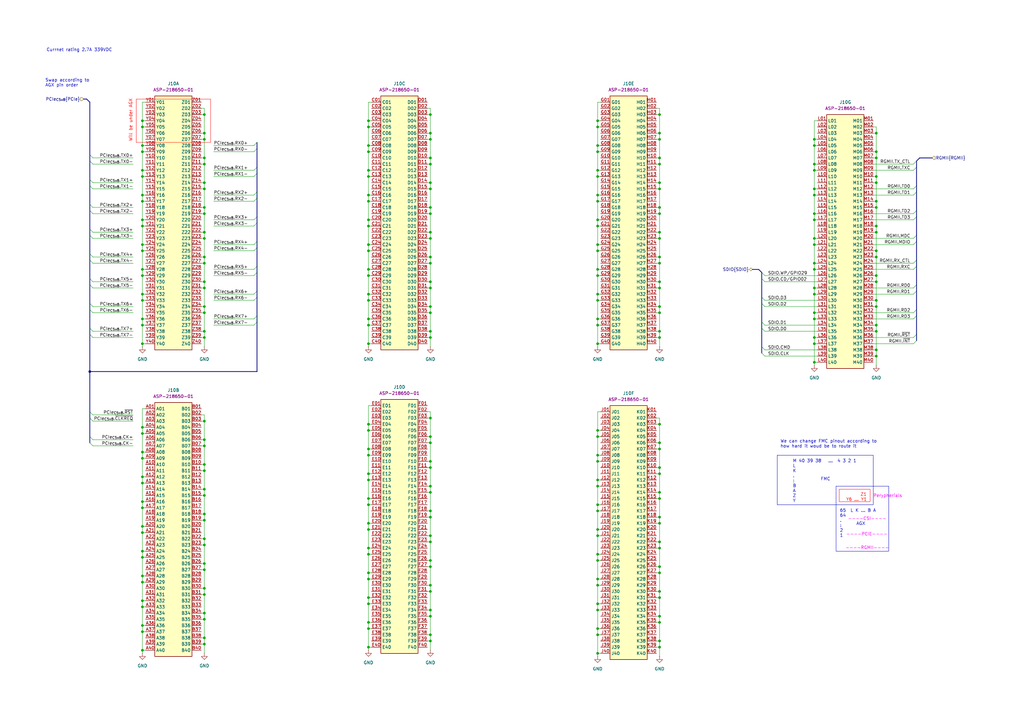
<source format=kicad_sch>
(kicad_sch (version 20250114) (generator "eeschema") (generator_version "9.0")
  (paper "A3")
  (title_block (title "Jetson Orin AGX Baseboard") (date "2025-08-11") (rev "1.0.0") (company "Antmicro Ltd") (comment 1 "www.antmicro.com"))
  (rectangle (start 55.88 40.64) (end 86.36 58.42) (stroke (width 0) (color 255 0 0 1)))
  (rectangle (start 342.9 199.39) (end 364.49 226.06))
  (rectangle (start 344.17 200.66) (end 356.87 205.74) (stroke (width 0) (color 255 0 0 1)))
  (rectangle (start 318.77 186.69) (end 358.14 207.01))
  (text "Will be under AGX" (at 53.594 58.166 90) (effects (font (size 1.27 1.27)) (justify left)))
  (text "----PCIE----" (at 346.964 219.202 0) (effects (font (size 1.27 1.27)) (justify left)))
  (text "AGX" (at 353.06 214.884 0) (effects (font (size 1.27 1.27))))
  (text "65  L K ... B A\n64\n.\n:\n2\n1" (at 344.424 214.63 0) (effects (font (size 1.27 1.27)) (justify left)))
  (text "FMC" (at 338.582 196.596 0) (effects (font (size 1.27 1.27))))
  (text "----RGMII----" (at 346.71 224.79 0) (effects (font (size 1.27 1.27)) (justify left)))
  (text "      Z1\nY6 ... Y1" (at 351.282 203.962 0) (effects (font (size 1.27 1.27))))
  (text "We can change FMC pinout according to\nhow hard it woud be to route it " (at 320.04 182.118 0) (effects (font (size 1.27 1.27)) (justify left)))
  (text "Perypherials" (at 358.14 203.454 0) (effects (font (size 1.27 1.27)) (justify left)))
  (text "Currnet rating 2.7A 339VDC" (at 32.512 20.574 0) (effects (font (size 1.27 1.27))))
  (text "----CSI----" (at 347.726 212.852 0) (effects (font (size 1.27 1.27)) (justify left)))
  (text "Swap according to\nAGX pin order" (at 18.542 34.036 0) (effects (font (size 1.27 1.27)) (justify left)))
  (text "M 40 39 38   ...  4 3 2 1\nL\nK\n.\n:\nB\nA\nZ\nY" (at 325.12 197.358 0) (effects (font (size 1.27 1.27)) (justify left)))
  (junction (at 334.01 87.63))
  (junction (at 151.13 227.33))
  (junction (at 245.11 123.19))
  (junction (at 83.82 138.43))
  (junction (at 151.13 224.79))
  (junction (at 270.51 87.63))
  (junction (at 176.53 74.93))
  (junction (at 83.82 251.46))
  (junction (at 58.42 120.65))
  (junction (at 151.13 207.01))
  (junction (at 176.53 77.47))
  (junction (at 334.01 90.17))
  (junction (at 176.53 232.41))
  (junction (at 245.11 260.35))
  (junction (at 151.13 173.99))
  (junction (at 176.53 242.57))
  (junction (at 58.42 226.06))
  (junction (at 359.41 102.87))
  (junction (at 58.42 215.9))
  (junction (at 176.53 67.31))
  (junction (at 83.82 85.09))
  (junction (at 151.13 113.03))
  (junction (at 245.11 199.39))
  (junction (at 151.13 120.65))
  (junction (at 83.82 210.82))
  (junction (at 58.42 52.07))
  (junction (at 151.13 257.81))
  (junction (at 58.42 266.7))
  (junction (at 58.42 238.76))
  (junction (at 83.82 223.52))
  (junction (at 270.51 138.43))
  (junction (at 245.11 267.97))
  (junction (at 334.01 138.43))
  (junction (at 151.13 100.33))
  (junction (at 176.53 171.45))
  (junction (at 83.82 57.15))
  (junction (at 176.53 201.93))
  (junction (at 83.82 125.73))
  (junction (at 151.13 237.49))
  (junction (at 270.51 107.95))
  (junction (at 176.53 240.03))
  (junction (at 58.42 49.53))
  (junction (at 334.01 77.47))
  (junction (at 334.01 128.27))
  (junction (at 83.82 118.11))
  (junction (at 270.51 191.77))
  (junction (at 151.13 217.17))
  (junction (at 359.41 133.35))
  (junction (at 83.82 115.57))
  (junction (at 334.01 57.15))
  (junction (at 83.82 190.5))
  (junction (at 334.01 69.85))
  (junction (at 359.41 62.23))
  (junction (at 151.13 52.07))
  (junction (at 83.82 135.89))
  (junction (at 58.42 228.6))
  (junction (at 58.42 205.74))
  (junction (at 176.53 229.87))
  (junction (at 245.11 217.17))
  (junction (at 83.82 261.62))
  (junction (at 176.53 105.41))
  (junction (at 245.11 247.65))
  (junction (at 83.82 233.68))
  (junction (at 58.42 246.38))
  (junction (at 245.11 59.69))
  (junction (at 151.13 247.65))
  (junction (at 176.53 262.89))
  (junction (at 176.53 179.07))
  (junction (at 245.11 133.35))
  (junction (at 36.83 152.4))
  (junction (at 270.51 232.41))
  (junction (at 58.42 90.17))
  (junction (at 359.41 74.93))
  (junction (at 270.51 252.73))
  (junction (at 83.82 231.14))
  (junction (at 270.51 115.57))
  (junction (at 270.51 224.79))
  (junction (at 151.13 102.87))
  (junction (at 83.82 200.66))
  (junction (at 334.01 110.49))
  (junction (at 245.11 240.03))
  (junction (at 245.11 82.55))
  (junction (at 176.53 64.77))
  (junction (at 270.51 64.77))
  (junction (at 176.53 135.89))
  (junction (at 58.42 62.23))
  (junction (at 151.13 140.97))
  (junction (at 176.53 97.79))
  (junction (at 83.82 243.84))
  (junction (at 245.11 92.71))
  (junction (at 58.42 248.92))
  (junction (at 270.51 57.15))
  (junction (at 151.13 90.17))
  (junction (at 176.53 219.71))
  (junction (at 83.82 203.2))
  (junction (at 58.42 236.22))
  (junction (at 83.82 107.95))
  (junction (at 176.53 199.39))
  (junction (at 334.01 130.81))
  (junction (at 151.13 130.81))
  (junction (at 151.13 255.27))
  (junction (at 245.11 130.81))
  (junction (at 151.13 204.47))
  (junction (at 176.53 46.99))
  (junction (at 151.13 82.55))
  (junction (at 83.82 220.98))
  (junction (at 245.11 250.19))
  (junction (at 245.11 219.71))
  (junction (at 270.51 194.31))
  (junction (at 270.51 242.57))
  (junction (at 58.42 100.33))
  (junction (at 58.42 92.71))
  (junction (at 270.51 46.99))
  (junction (at 359.41 85.09))
  (junction (at 83.82 172.72))
  (junction (at 270.51 214.63))
  (junction (at 176.53 85.09))
  (junction (at 270.51 234.95))
  (junction (at 334.01 59.69))
  (junction (at 83.82 87.63))
  (junction (at 270.51 67.31))
  (junction (at 151.13 133.35))
  (junction (at 176.53 222.25))
  (junction (at 270.51 245.11))
  (junction (at 359.41 123.19))
  (junction (at 83.82 74.93))
  (junction (at 151.13 194.31))
  (junction (at 334.01 80.01))
  (junction (at 151.13 123.19))
  (junction (at 270.51 74.93))
  (junction (at 176.53 138.43))
  (junction (at 83.82 180.34))
  (junction (at 245.11 237.49))
  (junction (at 151.13 110.49))
  (junction (at 176.53 95.25))
  (junction (at 270.51 255.27))
  (junction (at 359.41 125.73))
  (junction (at 270.51 262.89))
  (junction (at 245.11 120.65))
  (junction (at 151.13 80.01))
  (junction (at 245.11 100.33))
  (junction (at 58.42 113.03))
  (junction (at 58.42 82.55))
  (junction (at 58.42 140.97))
  (junction (at 58.42 123.19))
  (junction (at 58.42 218.44))
  (junction (at 334.01 67.31))
  (junction (at 270.51 97.79))
  (junction (at 151.13 245.11))
  (junction (at 245.11 72.39))
  (junction (at 359.41 54.61))
  (junction (at 58.42 256.54))
  (junction (at 270.51 204.47))
  (junction (at 270.51 125.73))
  (junction (at 151.13 59.69))
  (junction (at 151.13 92.71))
  (junction (at 176.53 118.11))
  (junction (at 83.82 264.16))
  (junction (at 245.11 229.87))
  (junction (at 245.11 80.01))
  (junction (at 245.11 69.85))
  (junction (at 58.42 133.35))
  (junction (at 151.13 176.53))
  (junction (at 270.51 173.99))
  (junction (at 359.41 64.77))
  (junction (at 334.01 140.97))
  (junction (at 245.11 209.55))
  (junction (at 270.51 85.09))
  (junction (at 58.42 195.58))
  (junction (at 176.53 250.19))
  (junction (at 334.01 148.59))
  (junction (at 176.53 54.61))
  (junction (at 245.11 110.49))
  (junction (at 151.13 49.53))
  (junction (at 176.53 181.61))
  (junction (at 270.51 181.61))
  (junction (at 83.82 67.31))
  (junction (at 83.82 77.47))
  (junction (at 334.01 97.79))
  (junction (at 245.11 227.33))
  (junction (at 359.41 82.55))
  (junction (at 58.42 130.81))
  (junction (at 245.11 196.85))
  (junction (at 334.01 118.11))
  (junction (at 151.13 234.95))
  (junction (at 176.53 107.95))
  (junction (at 58.42 259.08))
  (junction (at 270.51 54.61))
  (junction (at 176.53 115.57))
  (junction (at 58.42 187.96))
  (junction (at 270.51 222.25))
  (junction (at 58.42 177.8))
  (junction (at 245.11 179.07))
  (junction (at 270.51 184.15))
  (junction (at 245.11 49.53))
  (junction (at 270.51 201.93))
  (junction (at 245.11 186.69))
  (junction (at 359.41 95.25))
  (junction (at 58.42 198.12))
  (junction (at 270.51 118.11))
  (junction (at 334.01 107.95))
  (junction (at 359.41 72.39))
  (junction (at 151.13 196.85))
  (junction (at 176.53 125.73))
  (junction (at 58.42 102.87))
  (junction (at 245.11 176.53))
  (junction (at 245.11 102.87))
  (junction (at 176.53 252.73))
  (junction (at 83.82 193.04))
  (junction (at 245.11 62.23))
  (junction (at 151.13 265.43))
  (junction (at 176.53 209.55))
  (junction (at 245.11 52.07))
  (junction (at 58.42 72.39))
  (junction (at 359.41 92.71))
  (junction (at 58.42 80.01))
  (junction (at 58.42 69.85))
  (junction (at 359.41 146.05))
  (junction (at 359.41 135.89))
  (junction (at 83.82 105.41))
  (junction (at 83.82 64.77))
  (junction (at 245.11 189.23))
  (junction (at 270.51 105.41))
  (junction (at 176.53 57.15))
  (junction (at 151.13 69.85))
  (junction (at 176.53 87.63))
  (junction (at 151.13 72.39))
  (junction (at 83.82 128.27))
  (junction (at 58.42 175.26))
  (junction (at 58.42 185.42))
  (junction (at 176.53 189.23))
  (junction (at 151.13 214.63))
  (junction (at 83.82 97.79))
  (junction (at 270.51 212.09))
  (junction (at 359.41 105.41))
  (junction (at 151.13 62.23))
  (junction (at 245.11 90.17))
  (junction (at 151.13 184.15))
  (junction (at 83.82 95.25))
  (junction (at 176.53 212.09))
  (junction (at 359.41 113.03))
  (junction (at 270.51 135.89))
  (junction (at 176.53 260.35))
  (junction (at 334.01 120.65))
  (junction (at 58.42 208.28))
  (junction (at 83.82 54.61))
  (junction (at 83.82 182.88))
  (junction (at 58.42 110.49))
  (junction (at 83.82 254))
  (junction (at 245.11 257.81))
  (junction (at 359.41 115.57))
  (junction (at 245.11 207.01))
  (junction (at 359.41 143.51))
  (junction (at 334.01 100.33))
  (junction (at 83.82 46.99))
  (junction (at 83.82 241.3))
  (junction (at 270.51 265.43))
  (junction (at 270.51 128.27))
  (junction (at 270.51 95.25))
  (junction (at 270.51 77.47))
  (junction (at 83.82 213.36))
  (junction (at 176.53 128.27))
  (junction (at 176.53 191.77))
  (junction (at 245.11 113.03))
  (junction (at 151.13 186.69))
  (junction (at 58.42 59.69))
  (junction (at 245.11 140.97))
  (bus_entry (at 312.42 144.78) (size 1.27 1.27))
  (bus_entry (at 36.83 76.2) (size 1.27 1.27))
  (bus_entry (at 105.41 132.08) (size -1.27 1.27))
  (bus_entry (at 36.83 168.91) (size 1.27 1.27))
  (bus_entry (at 36.83 63.5) (size 1.27 1.27))
  (bus_entry (at 36.83 114.3) (size 1.27 1.27))
  (bus_entry (at 105.41 129.54) (size -1.27 1.27))
  (bus_entry (at 375.92 78.74) (size -1.27 1.27))
  (bus_entry (at 375.92 116.84) (size -1.27 1.27))
  (bus_entry (at 105.41 58.42) (size -1.27 1.27))
  (bus_entry (at 312.42 111.76) (size 1.27 1.27))
  (bus_entry (at 312.42 132.08) (size 1.27 1.27))
  (bus_entry (at 312.42 114.3) (size 1.27 1.27))
  (bus_entry (at 312.42 121.92) (size 1.27 1.27))
  (bus_entry (at 105.41 78.74) (size -1.27 1.27))
  (bus_entry (at 36.83 116.84) (size 1.27 1.27))
  (bus_entry (at 375.92 96.52) (size -1.27 1.27))
  (bus_entry (at 105.41 109.22) (size -1.27 1.27))
  (bus_entry (at 36.83 83.82) (size 1.27 1.27))
  (bus_entry (at 105.41 121.92) (size -1.27 1.27))
  (bus_entry (at 36.83 73.66) (size 1.27 1.27))
  (bus_entry (at 312.42 142.24) (size 1.27 1.27))
  (bus_entry (at 375.92 139.7) (size -1.27 1.27))
  (bus_entry (at 375.92 106.68) (size -1.27 1.27))
  (bus_entry (at 105.41 119.38) (size -1.27 1.27))
  (bus_entry (at 105.41 60.96) (size -1.27 1.27))
  (bus_entry (at 375.92 99.06) (size -1.27 1.27))
  (bus_entry (at 36.83 93.98) (size 1.27 1.27))
  (bus_entry (at 375.92 109.22) (size -1.27 1.27))
  (bus_entry (at 375.92 76.2) (size -1.27 1.27))
  (bus_entry (at 36.83 134.62) (size 1.27 1.27))
  (bus_entry (at 375.92 68.58) (size -1.27 1.27))
  (bus_entry (at 36.83 86.36) (size 1.27 1.27))
  (bus_entry (at 375.92 127) (size -1.27 1.27))
  (bus_entry (at 36.83 96.52) (size 1.27 1.27))
  (bus_entry (at 105.41 88.9) (size -1.27 1.27))
  (bus_entry (at 36.83 127) (size 1.27 1.27))
  (bus_entry (at 375.92 88.9) (size -1.27 1.27))
  (bus_entry (at 36.83 137.16) (size 1.27 1.27))
  (bus_entry (at 105.41 99.06) (size -1.27 1.27))
  (bus_entry (at 375.92 86.36) (size -1.27 1.27))
  (bus_entry (at 375.92 129.54) (size -1.27 1.27))
  (bus_entry (at 375.92 119.38) (size -1.27 1.27))
  (bus_entry (at 105.41 68.58) (size -1.27 1.27))
  (bus_entry (at 105.41 111.76) (size -1.27 1.27))
  (bus_entry (at 105.41 81.28) (size -1.27 1.27))
  (bus_entry (at 36.83 171.45) (size 1.27 1.27))
  (bus_entry (at 36.83 66.04) (size 1.27 1.27))
  (bus_entry (at 36.83 181.61) (size 1.27 1.27))
  (bus_entry (at 105.41 101.6) (size -1.27 1.27))
  (bus_entry (at 375.92 137.16) (size -1.27 1.27))
  (bus_entry (at 36.83 124.46) (size 1.27 1.27))
  (bus_entry (at 105.41 91.44) (size -1.27 1.27))
  (bus_entry (at 105.41 71.12) (size -1.27 1.27))
  (bus_entry (at 36.83 104.14) (size 1.27 1.27))
  (bus_entry (at 36.83 179.07) (size 1.27 1.27))
  (bus_entry (at 375.92 66.04) (size -1.27 1.27))
  (bus_entry (at 312.42 124.46) (size 1.27 1.27))
  (bus_entry (at 36.83 106.68) (size 1.27 1.27))
  (bus_entry (at 312.42 134.62) (size 1.27 1.27))
  (wire (pts (xy 246.38 41.91) (xy 245.11 41.91)))
  (wire (pts (xy 83.82 223.52) (xy 83.82 231.14)))
  (wire (pts (xy 359.41 54.61) (xy 359.41 62.23)))
  (wire (pts (xy 269.24 46.99) (xy 270.51 46.99)))
  (wire (pts (xy 82.55 223.52) (xy 83.82 223.52)))
  (wire (pts (xy 359.41 82.55) (xy 359.41 85.09)))
  (wire (pts (xy 176.53 67.31) (xy 176.53 74.93)))
  (wire (pts (xy 246.38 189.23) (xy 245.11 189.23)))
  (wire (pts (xy 335.28 80.01) (xy 334.01 80.01)))
  (wire (pts (xy 87.63 133.35) (xy 104.14 133.35)))
  (wire (pts (xy 59.69 198.12) (xy 58.42 198.12)))
  (wire (pts (xy 82.55 170.18) (xy 83.82 170.18)))
  (wire (pts (xy 269.24 252.73) (xy 270.51 252.73)))
  (wire (pts (xy 152.4 234.95) (xy 151.13 234.95)))
  (wire (pts (xy 313.69 143.51) (xy 335.28 143.51)))
  (wire (pts (xy 151.13 140.97) (xy 152.4 140.97)))
  (wire (pts (xy 152.4 255.27) (xy 151.13 255.27)))
  (wire (pts (xy 58.42 113.03) (xy 58.42 120.65)))
  (wire (pts (xy 83.82 210.82) (xy 83.82 213.36)))
  (wire (pts (xy 82.55 254) (xy 83.82 254)))
  (wire (pts (xy 246.38 196.85) (xy 245.11 196.85)))
  (wire (pts (xy 82.55 107.95) (xy 83.82 107.95)))
  (wire (pts (xy 245.11 240.03) (xy 245.11 247.65)))
  (wire (pts (xy 359.41 72.39) (xy 359.41 74.93)))
  (wire (pts (xy 269.24 204.47) (xy 270.51 204.47)))
  (wire (pts (xy 359.41 102.87) (xy 359.41 105.41)))
  (bus (pts (xy 105.41 119.38) (xy 105.41 121.92)))
  (wire (pts (xy 82.55 203.2) (xy 83.82 203.2)))
  (wire (pts (xy 59.69 72.39) (xy 58.42 72.39)))
  (wire (pts (xy 358.14 95.25) (xy 359.41 95.25)))
  (wire (pts (xy 175.26 107.95) (xy 176.53 107.95)))
  (wire (pts (xy 87.63 90.17) (xy 104.14 90.17)))
  (wire (pts (xy 152.4 237.49) (xy 151.13 237.49)))
  (wire (pts (xy 175.26 171.45) (xy 176.53 171.45)))
  (wire (pts (xy 152.4 196.85) (xy 151.13 196.85)))
  (wire (pts (xy 245.11 227.33) (xy 245.11 229.87)))
  (wire (pts (xy 152.4 133.35) (xy 151.13 133.35)))
  (wire (pts (xy 270.51 135.89) (xy 270.51 138.43)))
  (wire (pts (xy 246.38 130.81) (xy 245.11 130.81)))
  (wire (pts (xy 82.55 241.3) (xy 83.82 241.3)))
  (wire (pts (xy 335.28 67.31) (xy 334.01 67.31)))
  (wire (pts (xy 83.82 241.3) (xy 83.82 243.84)))
  (wire (pts (xy 270.51 201.93) (xy 270.51 204.47)))
  (wire (pts (xy 38.1 97.79) (xy 54.61 97.79)))
  (bus (pts (xy 36.83 93.98) (xy 36.83 96.52)))
  (bus (pts (xy 36.83 104.14) (xy 36.83 106.68)))
  (wire (pts (xy 334.01 120.65) (xy 334.01 128.27)))
  (wire (pts (xy 38.1 118.11) (xy 54.61 118.11)))
  (wire (pts (xy 152.4 52.07) (xy 151.13 52.07)))
  (wire (pts (xy 245.11 250.19) (xy 245.11 257.81)))
  (wire (pts (xy 38.1 95.25) (xy 54.61 95.25)))
  (wire (pts (xy 83.82 203.2) (xy 83.82 210.82)))
  (wire (pts (xy 374.65 87.63) (xy 358.14 87.63)))
  (wire (pts (xy 334.01 100.33) (xy 334.01 107.95)))
  (wire (pts (xy 58.42 52.07) (xy 58.42 59.69)))
  (wire (pts (xy 270.51 262.89) (xy 269.24 262.89)))
  (wire (pts (xy 83.82 57.15) (xy 83.82 64.77)))
  (wire (pts (xy 175.26 95.25) (xy 176.53 95.25)))
  (wire (pts (xy 59.69 205.74) (xy 58.42 205.74)))
  (wire (pts (xy 59.69 123.19) (xy 58.42 123.19)))
  (bus (pts (xy 375.92 88.9) (xy 375.92 96.52)))
  (wire (pts (xy 176.53 262.89) (xy 176.53 266.7)))
  (wire (pts (xy 151.13 41.91) (xy 151.13 49.53)))
  (wire (pts (xy 246.38 92.71) (xy 245.11 92.71)))
  (wire (pts (xy 270.51 57.15) (xy 270.51 64.77)))
  (wire (pts (xy 83.82 128.27) (xy 83.82 135.89)))
  (wire (pts (xy 58.42 130.81) (xy 58.42 133.35)))
  (wire (pts (xy 83.82 193.04) (xy 83.82 200.66)))
  (wire (pts (xy 245.11 176.53) (xy 245.11 179.07)))
  (wire (pts (xy 246.38 59.69) (xy 245.11 59.69)))
  (wire (pts (xy 175.26 219.71) (xy 176.53 219.71)))
  (wire (pts (xy 82.55 105.41) (xy 83.82 105.41)))
  (wire (pts (xy 246.38 102.87) (xy 245.11 102.87)))
  (bus (pts (xy 105.41 99.06) (xy 105.41 101.6)))
  (wire (pts (xy 175.26 250.19) (xy 176.53 250.19)))
  (wire (pts (xy 313.69 115.57) (xy 335.28 115.57)))
  (wire (pts (xy 87.63 123.19) (xy 104.14 123.19)))
  (wire (pts (xy 246.38 49.53) (xy 245.11 49.53)))
  (wire (pts (xy 270.51 255.27) (xy 270.51 262.89)))
  (wire (pts (xy 246.38 199.39) (xy 245.11 199.39)))
  (wire (pts (xy 334.01 97.79) (xy 334.01 100.33)))
  (wire (pts (xy 59.69 130.81) (xy 58.42 130.81)))
  (wire (pts (xy 59.69 100.33) (xy 58.42 100.33)))
  (wire (pts (xy 152.4 227.33) (xy 151.13 227.33)))
  (wire (pts (xy 87.63 80.01) (xy 104.14 80.01)))
  (wire (pts (xy 176.53 118.11) (xy 176.53 125.73)))
  (wire (pts (xy 58.42 41.91) (xy 58.42 49.53)))
  (bus (pts (xy 36.83 124.46) (xy 36.83 127)))
  (wire (pts (xy 176.53 250.19) (xy 176.53 252.73)))
  (wire (pts (xy 358.14 138.43) (xy 374.65 138.43)))
  (wire (pts (xy 82.55 193.04) (xy 83.82 193.04)))
  (wire (pts (xy 83.82 264.16) (xy 83.82 267.97)))
  (wire (pts (xy 269.24 184.15) (xy 270.51 184.15)))
  (bus (pts (xy 36.83 63.5) (xy 36.83 66.04)))
  (bus (pts (xy 36.83 114.3) (xy 36.83 116.84)))
  (wire (pts (xy 83.82 74.93) (xy 83.82 77.47)))
  (wire (pts (xy 245.11 90.17) (xy 245.11 92.71)))
  (wire (pts (xy 245.11 52.07) (xy 245.11 59.69)))
  (bus (pts (xy 35.56 40.64) (xy 36.83 41.91)))
  (wire (pts (xy 175.26 44.45) (xy 176.53 44.45)))
  (wire (pts (xy 334.01 87.63) (xy 334.01 90.17)))
  (wire (pts (xy 269.24 67.31) (xy 270.51 67.31)))
  (wire (pts (xy 87.63 130.81) (xy 104.14 130.81)))
  (wire (pts (xy 151.13 123.19) (xy 151.13 130.81)))
  (wire (pts (xy 58.42 246.38) (xy 58.42 248.92)))
  (wire (pts (xy 82.55 54.61) (xy 83.82 54.61)))
  (bus (pts (xy 36.83 83.82) (xy 36.83 86.36)))
  (wire (pts (xy 38.1 105.41) (xy 54.61 105.41)))
  (wire (pts (xy 58.42 175.26) (xy 58.42 177.8)))
  (wire (pts (xy 83.82 261.62) (xy 82.55 261.62)))
  (wire (pts (xy 246.38 62.23) (xy 245.11 62.23)))
  (wire (pts (xy 374.65 77.47) (xy 358.14 77.47)))
  (wire (pts (xy 270.51 138.43) (xy 270.51 142.24)))
  (wire (pts (xy 83.82 125.73) (xy 83.82 128.27)))
  (wire (pts (xy 359.41 123.19) (xy 359.41 125.73)))
  (wire (pts (xy 176.53 77.47) (xy 176.53 85.09)))
  (wire (pts (xy 359.41 125.73) (xy 359.41 133.35)))
  (wire (pts (xy 246.38 240.03) (xy 245.11 240.03)))
  (wire (pts (xy 359.41 146.05) (xy 358.14 146.05)))
  (wire (pts (xy 270.51 265.43) (xy 270.51 269.24)))
  (wire (pts (xy 175.26 181.61) (xy 176.53 181.61)))
  (wire (pts (xy 245.11 140.97) (xy 246.38 140.97)))
  (wire (pts (xy 176.53 222.25) (xy 176.53 229.87)))
  (wire (pts (xy 83.82 85.09) (xy 83.82 87.63)))
  (wire (pts (xy 59.69 49.53) (xy 58.42 49.53)))
  (wire (pts (xy 374.65 69.85) (xy 358.14 69.85)))
  (wire (pts (xy 151.13 204.47) (xy 151.13 207.01)))
  (wire (pts (xy 269.24 171.45) (xy 270.51 171.45)))
  (wire (pts (xy 270.51 265.43) (xy 269.24 265.43)))
  (wire (pts (xy 58.42 72.39) (xy 58.42 80.01)))
  (bus (pts (xy 105.41 121.92) (xy 105.41 129.54)))
  (bus (pts (xy 375.92 86.36) (xy 375.92 88.9)))
  (wire (pts (xy 246.38 120.65) (xy 245.11 120.65)))
  (wire (pts (xy 270.51 222.25) (xy 270.51 224.79)))
  (wire (pts (xy 245.11 179.07) (xy 245.11 186.69)))
  (wire (pts (xy 59.69 90.17) (xy 58.42 90.17)))
  (wire (pts (xy 270.51 242.57) (xy 270.51 245.11)))
  (wire (pts (xy 175.26 87.63) (xy 176.53 87.63)))
  (wire (pts (xy 334.01 80.01) (xy 334.01 87.63)))
  (wire (pts (xy 59.69 177.8) (xy 58.42 177.8)))
  (wire (pts (xy 334.01 57.15) (xy 334.01 59.69)))
  (wire (pts (xy 270.51 115.57) (xy 270.51 118.11)))
  (wire (pts (xy 58.42 259.08) (xy 58.42 266.7)))
  (wire (pts (xy 151.13 224.79) (xy 151.13 227.33)))
  (wire (pts (xy 82.55 233.68) (xy 83.82 233.68)))
  (wire (pts (xy 270.51 128.27) (xy 270.51 135.89)))
  (wire (pts (xy 246.38 229.87) (xy 245.11 229.87)))
  (bus (pts (xy 375.92 116.84) (xy 375.92 119.38)))
  (wire (pts (xy 246.38 257.81) (xy 245.11 257.81)))
  (bus (pts (xy 312.42 111.76) (xy 312.42 114.3)))
  (wire (pts (xy 152.4 224.79) (xy 151.13 224.79)))
  (wire (pts (xy 38.1 125.73) (xy 54.61 125.73)))
  (wire (pts (xy 245.11 110.49) (xy 245.11 113.03)))
  (bus (pts (xy 36.83 96.52) (xy 36.83 104.14)))
  (wire (pts (xy 245.11 237.49) (xy 245.11 240.03)))
  (wire (pts (xy 59.69 133.35) (xy 58.42 133.35)))
  (wire (pts (xy 245.11 209.55) (xy 245.11 217.17)))
  (wire (pts (xy 335.28 59.69) (xy 334.01 59.69)))
  (wire (pts (xy 358.14 120.65) (xy 374.65 120.65)))
  (wire (pts (xy 269.24 245.11) (xy 270.51 245.11)))
  (wire (pts (xy 152.4 113.03) (xy 151.13 113.03)))
  (wire (pts (xy 374.65 80.01) (xy 358.14 80.01)))
  (wire (pts (xy 245.11 120.65) (xy 245.11 123.19)))
  (wire (pts (xy 59.69 215.9) (xy 58.42 215.9)))
  (wire (pts (xy 334.01 49.53) (xy 334.01 57.15)))
  (wire (pts (xy 58.42 49.53) (xy 58.42 52.07)))
  (wire (pts (xy 246.38 133.35) (xy 245.11 133.35)))
  (wire (pts (xy 358.14 133.35) (xy 359.41 133.35)))
  (wire (pts (xy 176.53 260.35) (xy 175.26 260.35)))
  (wire (pts (xy 58.42 69.85) (xy 58.42 72.39)))
  (wire (pts (xy 176.53 181.61) (xy 176.53 189.23)))
  (wire (pts (xy 246.38 260.35) (xy 245.11 260.35)))
  (wire (pts (xy 58.42 218.44) (xy 58.42 226.06)))
  (wire (pts (xy 38.1 74.93) (xy 54.61 74.93)))
  (wire (pts (xy 269.24 74.93) (xy 270.51 74.93)))
  (wire (pts (xy 270.51 191.77) (xy 270.51 194.31)))
  (wire (pts (xy 269.24 97.79) (xy 270.51 97.79)))
  (wire (pts (xy 83.82 231.14) (xy 83.82 233.68)))
  (wire (pts (xy 176.53 209.55) (xy 176.53 212.09)))
  (wire (pts (xy 83.82 107.95) (xy 83.82 115.57)))
  (wire (pts (xy 269.24 95.25) (xy 270.51 95.25)))
  (wire (pts (xy 334.01 148.59) (xy 335.28 148.59)))
  (bus (pts (xy 377.19 64.77) (xy 382.27 64.77)))
  (wire (pts (xy 269.24 64.77) (xy 270.51 64.77)))
  (wire (pts (xy 87.63 59.69) (xy 104.14 59.69)))
  (wire (pts (xy 58.42 120.65) (xy 58.42 123.19)))
  (wire (pts (xy 59.69 236.22) (xy 58.42 236.22)))
  (wire (pts (xy 335.28 100.33) (xy 334.01 100.33)))
  (wire (pts (xy 38.1 135.89) (xy 54.61 135.89)))
  (wire (pts (xy 82.55 200.66) (xy 83.82 200.66)))
  (wire (pts (xy 270.51 138.43) (xy 269.24 138.43)))
  (wire (pts (xy 176.53 171.45) (xy 176.53 179.07)))
  (wire (pts (xy 176.53 128.27) (xy 176.53 135.89)))
  (wire (pts (xy 151.13 237.49) (xy 151.13 245.11)))
  (wire (pts (xy 313.69 146.05) (xy 335.28 146.05)))
  (wire (pts (xy 58.42 208.28) (xy 58.42 215.9)))
  (wire (pts (xy 59.69 59.69) (xy 58.42 59.69)))
  (wire (pts (xy 152.4 72.39) (xy 151.13 72.39)))
  (wire (pts (xy 83.82 170.18) (xy 83.82 172.72)))
  (wire (pts (xy 58.42 100.33) (xy 58.42 102.87)))
  (wire (pts (xy 269.24 232.41) (xy 270.51 232.41)))
  (wire (pts (xy 87.63 82.55) (xy 104.14 82.55)))
  (wire (pts (xy 245.11 219.71) (xy 245.11 227.33)))
  (bus (pts (xy 375.92 129.54) (xy 375.92 137.16)))
  (wire (pts (xy 374.65 100.33) (xy 358.14 100.33)))
  (wire (pts (xy 175.26 242.57) (xy 176.53 242.57)))
  (wire (pts (xy 334.01 67.31) (xy 334.01 69.85)))
  (wire (pts (xy 270.51 234.95) (xy 270.51 242.57)))
  (wire (pts (xy 59.69 246.38) (xy 58.42 246.38)))
  (wire (pts (xy 175.26 240.03) (xy 176.53 240.03)))
  (wire (pts (xy 246.38 217.17) (xy 245.11 217.17)))
  (wire (pts (xy 175.26 57.15) (xy 176.53 57.15)))
  (wire (pts (xy 151.13 194.31) (xy 151.13 196.85)))
  (wire (pts (xy 176.53 179.07) (xy 176.53 181.61)))
  (bus (pts (xy 105.41 81.28) (xy 105.41 88.9)))
  (wire (pts (xy 151.13 265.43) (xy 152.4 265.43)))
  (wire (pts (xy 152.4 176.53) (xy 151.13 176.53)))
  (wire (pts (xy 58.42 133.35) (xy 58.42 140.97)))
  (wire (pts (xy 335.28 107.95) (xy 334.01 107.95)))
  (bus (pts (xy 36.83 171.45) (xy 36.83 179.07)))
  (wire (pts (xy 176.53 219.71) (xy 176.53 222.25)))
  (wire (pts (xy 87.63 62.23) (xy 104.14 62.23)))
  (bus (pts (xy 36.83 134.62) (xy 36.83 137.16)))
  (bus (pts (xy 312.42 121.92) (xy 312.42 124.46)))
  (wire (pts (xy 152.4 102.87) (xy 151.13 102.87)))
  (wire (pts (xy 176.53 168.91) (xy 176.53 171.45)))
  (wire (pts (xy 151.13 62.23) (xy 151.13 69.85)))
  (wire (pts (xy 269.24 105.41) (xy 270.51 105.41)))
  (wire (pts (xy 335.28 77.47) (xy 334.01 77.47)))
  (wire (pts (xy 58.42 110.49) (xy 58.42 113.03)))
  (wire (pts (xy 358.14 54.61) (xy 359.41 54.61)))
  (wire (pts (xy 82.55 190.5) (xy 83.82 190.5)))
  (wire (pts (xy 175.26 179.07) (xy 176.53 179.07)))
  (wire (pts (xy 59.69 185.42) (xy 58.42 185.42)))
  (wire (pts (xy 176.53 105.41) (xy 176.53 107.95)))
  (wire (pts (xy 151.13 130.81) (xy 151.13 133.35)))
  (wire (pts (xy 245.11 59.69) (xy 245.11 62.23)))
  (wire (pts (xy 313.69 133.35) (xy 335.28 133.35)))
  (wire (pts (xy 245.11 69.85) (xy 245.11 72.39)))
  (wire (pts (xy 83.82 138.43) (xy 83.82 142.24)))
  (wire (pts (xy 246.38 72.39) (xy 245.11 72.39)))
  (wire (pts (xy 82.55 251.46) (xy 83.82 251.46)))
  (bus (pts (xy 375.92 137.16) (xy 375.92 139.7)))
  (wire (pts (xy 83.82 172.72) (xy 83.82 180.34)))
  (wire (pts (xy 245.11 247.65) (xy 245.11 250.19)))
  (wire (pts (xy 245.11 189.23) (xy 245.11 196.85)))
  (wire (pts (xy 270.51 135.89) (xy 269.24 135.89)))
  (wire (pts (xy 245.11 80.01) (xy 245.11 82.55)))
  (wire (pts (xy 151.13 257.81) (xy 151.13 265.43)))
  (wire (pts (xy 313.69 123.19) (xy 335.28 123.19)))
  (wire (pts (xy 151.13 214.63) (xy 151.13 217.17)))
  (wire (pts (xy 59.69 218.44) (xy 58.42 218.44)))
  (wire (pts (xy 269.24 201.93) (xy 270.51 201.93)))
  (wire (pts (xy 175.26 97.79) (xy 176.53 97.79)))
  (bus (pts (xy 375.92 127) (xy 375.92 129.54)))
  (bus (pts (xy 36.83 179.07) (xy 36.83 181.61)))
  (wire (pts (xy 270.51 87.63) (xy 270.51 95.25)))
  (bus (pts (xy 36.83 41.91) (xy 36.83 63.5)))
  (wire (pts (xy 246.38 247.65) (xy 245.11 247.65)))
  (wire (pts (xy 151.13 120.65) (xy 151.13 123.19)))
  (wire (pts (xy 270.51 118.11) (xy 270.51 125.73)))
  (wire (pts (xy 246.38 52.07) (xy 245.11 52.07)))
  (wire (pts (xy 82.55 210.82) (xy 83.82 210.82)))
  (wire (pts (xy 270.51 46.99) (xy 270.51 54.61)))
  (wire (pts (xy 245.11 168.91) (xy 245.11 176.53)))
  (wire (pts (xy 83.82 182.88) (xy 83.82 190.5)))
  (wire (pts (xy 175.26 128.27) (xy 176.53 128.27)))
  (wire (pts (xy 59.69 256.54) (xy 58.42 256.54)))
  (wire (pts (xy 245.11 113.03) (xy 245.11 120.65)))
  (wire (pts (xy 334.01 90.17) (xy 334.01 97.79)))
  (wire (pts (xy 176.53 85.09) (xy 176.53 87.63)))
  (wire (pts (xy 176.53 252.73) (xy 176.53 260.35)))
  (wire (pts (xy 151.13 234.95) (xy 151.13 237.49)))
  (wire (pts (xy 152.4 82.55) (xy 151.13 82.55)))
  (wire (pts (xy 358.14 52.07) (xy 359.41 52.07)))
  (wire (pts (xy 58.42 123.19) (xy 58.42 130.81)))
  (wire (pts (xy 151.13 166.37) (xy 151.13 173.99)))
  (wire (pts (xy 58.42 177.8) (xy 58.42 185.42)))
  (wire (pts (xy 270.51 107.95) (xy 270.51 115.57)))
  (wire (pts (xy 87.63 102.87) (xy 104.14 102.87)))
  (bus (pts (xy 375.92 66.04) (xy 375.92 68.58)))
  (wire (pts (xy 334.01 107.95) (xy 334.01 110.49)))
  (bus (pts (xy 105.41 88.9) (xy 105.41 91.44)))
  (wire (pts (xy 59.69 187.96) (xy 58.42 187.96)))
  (wire (pts (xy 151.13 184.15) (xy 151.13 186.69)))
  (wire (pts (xy 58.42 92.71) (xy 58.42 100.33)))
  (wire (pts (xy 87.63 100.33) (xy 104.14 100.33)))
  (wire (pts (xy 334.01 130.81) (xy 334.01 138.43)))
  (wire (pts (xy 83.82 251.46) (xy 83.82 254)))
  (wire (pts (xy 359.41 52.07) (xy 359.41 54.61)))
  (wire (pts (xy 83.82 135.89) (xy 83.82 138.43)))
  (wire (pts (xy 358.14 115.57) (xy 359.41 115.57)))
  (bus (pts (xy 36.83 66.04) (xy 36.83 73.66)))
  (wire (pts (xy 358.14 105.41) (xy 359.41 105.41)))
  (wire (pts (xy 152.4 80.01) (xy 151.13 80.01)))
  (wire (pts (xy 151.13 173.99) (xy 151.13 176.53)))
  (wire (pts (xy 59.69 62.23) (xy 58.42 62.23)))
  (wire (pts (xy 151.13 142.24) (xy 151.13 140.97)))
  (wire (pts (xy 58.42 215.9) (xy 58.42 218.44)))
  (wire (pts (xy 313.69 135.89) (xy 335.28 135.89)))
  (wire (pts (xy 175.26 46.99) (xy 176.53 46.99)))
  (wire (pts (xy 58.42 142.24) (xy 58.42 140.97)))
  (wire (pts (xy 175.26 229.87) (xy 176.53 229.87)))
  (wire (pts (xy 59.69 167.64) (xy 58.42 167.64)))
  (bus (pts (xy 105.41 68.58) (xy 105.41 71.12)))
  (wire (pts (xy 83.82 138.43) (xy 82.55 138.43)))
  (wire (pts (xy 334.01 149.86) (xy 334.01 148.59)))
  (wire (pts (xy 83.82 44.45) (xy 83.82 46.99)))
  (bus (pts (xy 36.83 106.68) (xy 36.83 114.3)))
  (wire (pts (xy 176.53 191.77) (xy 176.53 199.39)))
  (wire (pts (xy 152.4 207.01) (xy 151.13 207.01)))
  (wire (pts (xy 152.4 49.53) (xy 151.13 49.53)))
  (wire (pts (xy 175.26 209.55) (xy 176.53 209.55)))
  (wire (pts (xy 335.28 49.53) (xy 334.01 49.53)))
  (wire (pts (xy 152.4 217.17) (xy 151.13 217.17)))
  (wire (pts (xy 269.24 57.15) (xy 270.51 57.15)))
  (wire (pts (xy 152.4 110.49) (xy 151.13 110.49)))
  (wire (pts (xy 334.01 59.69) (xy 334.01 67.31)))
  (wire (pts (xy 58.42 248.92) (xy 58.42 256.54)))
  (wire (pts (xy 176.53 64.77) (xy 176.53 67.31)))
  (wire (pts (xy 335.28 130.81) (xy 334.01 130.81)))
  (wire (pts (xy 334.01 110.49) (xy 334.01 118.11)))
  (bus (pts (xy 36.83 116.84) (xy 36.83 124.46)))
  (wire (pts (xy 83.82 54.61) (xy 83.82 57.15)))
  (wire (pts (xy 58.42 266.7) (xy 59.69 266.7)))
  (wire (pts (xy 59.69 228.6) (xy 58.42 228.6)))
  (wire (pts (xy 374.65 97.79) (xy 358.14 97.79)))
  (wire (pts (xy 151.13 227.33) (xy 151.13 234.95)))
  (wire (pts (xy 58.42 226.06) (xy 58.42 228.6)))
  (wire (pts (xy 58.42 228.6) (xy 58.42 236.22)))
  (wire (pts (xy 151.13 80.01) (xy 151.13 82.55)))
  (wire (pts (xy 335.28 110.49) (xy 334.01 110.49)))
  (wire (pts (xy 359.41 92.71) (xy 359.41 95.25)))
  (wire (pts (xy 38.1 85.09) (xy 54.61 85.09)))
  (bus (pts (xy 105.41 78.74) (xy 105.41 81.28)))
  (wire (pts (xy 152.4 214.63) (xy 151.13 214.63)))
  (wire (pts (xy 151.13 217.17) (xy 151.13 224.79)))
  (wire (pts (xy 175.26 64.77) (xy 176.53 64.77)))
  (wire (pts (xy 246.38 113.03) (xy 245.11 113.03)))
  (wire (pts (xy 82.55 213.36) (xy 83.82 213.36)))
  (wire (pts (xy 82.55 67.31) (xy 83.82 67.31)))
  (wire (pts (xy 58.42 80.01) (xy 58.42 82.55)))
  (wire (pts (xy 245.11 133.35) (xy 245.11 140.97)))
  (wire (pts (xy 151.13 266.7) (xy 151.13 265.43)))
  (wire (pts (xy 151.13 255.27) (xy 151.13 257.81)))
  (wire (pts (xy 176.53 135.89) (xy 175.26 135.89)))
  (wire (pts (xy 358.14 110.49) (xy 374.65 110.49)))
  (wire (pts (xy 245.11 123.19) (xy 245.11 130.81)))
  (wire (pts (xy 270.51 85.09) (xy 270.51 87.63)))
  (wire (pts (xy 152.4 245.11) (xy 151.13 245.11)))
  (wire (pts (xy 83.82 200.66) (xy 83.82 203.2)))
  (wire (pts (xy 152.4 59.69) (xy 151.13 59.69)))
  (wire (pts (xy 83.82 254) (xy 83.82 261.62)))
  (wire (pts (xy 176.53 95.25) (xy 176.53 97.79)))
  (wire (pts (xy 83.82 118.11) (xy 83.82 125.73)))
  (wire (pts (xy 152.4 194.31) (xy 151.13 194.31)))
  (wire (pts (xy 358.14 123.19) (xy 359.41 123.19)))
  (wire (pts (xy 83.82 243.84) (xy 83.82 251.46)))
  (bus (pts (xy 105.41 101.6) (xy 105.41 109.22)))
  (wire (pts (xy 151.13 92.71) (xy 151.13 100.33)))
  (wire (pts (xy 359.41 113.03) (xy 359.41 115.57)))
  (wire (pts (xy 58.42 236.22) (xy 58.42 238.76)))
  (wire (pts (xy 269.24 87.63) (xy 270.51 87.63)))
  (wire (pts (xy 82.55 231.14) (xy 83.82 231.14)))
  (wire (pts (xy 82.55 97.79) (xy 83.82 97.79)))
  (bus (pts (xy 36.83 86.36) (xy 36.83 93.98)))
  (wire (pts (xy 54.61 182.88) (xy 38.1 182.88)))
  (wire (pts (xy 83.82 115.57) (xy 83.82 118.11)))
  (wire (pts (xy 82.55 172.72) (xy 83.82 172.72)))
  (wire (pts (xy 175.26 189.23) (xy 176.53 189.23)))
  (wire (pts (xy 151.13 52.07) (xy 151.13 59.69)))
  (wire (pts (xy 358.14 128.27) (xy 374.65 128.27)))
  (bus (pts (xy 375.92 66.04) (xy 377.19 64.77)))
  (bus (pts (xy 36.83 127) (xy 36.83 134.62)))
  (bus (pts (xy 311.15 110.49) (xy 312.42 111.76)))
  (wire (pts (xy 176.53 240.03) (xy 176.53 242.57)))
  (wire (pts (xy 58.42 167.64) (xy 58.42 175.26)))
  (wire (pts (xy 59.69 52.07) (xy 58.42 52.07)))
  (bus (pts (xy 375.92 106.68) (xy 375.92 109.22)))
  (wire (pts (xy 87.63 69.85) (xy 104.14 69.85)))
  (wire (pts (xy 334.01 128.27) (xy 334.01 130.81)))
  (wire (pts (xy 358.14 82.55) (xy 359.41 82.55)))
  (wire (pts (xy 269.24 234.95) (xy 270.51 234.95)))
  (wire (pts (xy 270.51 245.11) (xy 270.51 252.73)))
  (wire (pts (xy 83.82 105.41) (xy 83.82 107.95)))
  (bus (pts (xy 312.42 142.24) (xy 312.42 144.78)))
  (wire (pts (xy 270.51 181.61) (xy 270.51 184.15)))
  (wire (pts (xy 176.53 199.39) (xy 176.53 201.93)))
  (wire (pts (xy 151.13 196.85) (xy 151.13 204.47)))
  (wire (pts (xy 151.13 186.69) (xy 151.13 194.31)))
  (wire (pts (xy 59.69 120.65) (xy 58.42 120.65)))
  (wire (pts (xy 58.42 205.74) (xy 58.42 208.28)))
  (wire (pts (xy 359.41 133.35) (xy 359.41 135.89)))
  (wire (pts (xy 152.4 90.17) (xy 151.13 90.17)))
  (wire (pts (xy 59.69 259.08) (xy 58.42 259.08)))
  (wire (pts (xy 270.51 194.31) (xy 270.51 201.93)))
  (wire (pts (xy 245.11 257.81) (xy 245.11 260.35)))
  (bus (pts (xy 312.42 124.46) (xy 312.42 132.08)))
  (wire (pts (xy 245.11 267.97) (xy 246.38 267.97)))
  (wire (pts (xy 54.61 180.34) (xy 38.1 180.34)))
  (wire (pts (xy 246.38 110.49) (xy 245.11 110.49)))
  (wire (pts (xy 246.38 250.19) (xy 245.11 250.19)))
  (wire (pts (xy 176.53 87.63) (xy 176.53 95.25)))
  (wire (pts (xy 269.24 191.77) (xy 270.51 191.77)))
  (wire (pts (xy 245.11 269.24) (xy 245.11 267.97)))
  (wire (pts (xy 335.28 128.27) (xy 334.01 128.27)))
  (wire (pts (xy 82.55 220.98) (xy 83.82 220.98)))
  (wire (pts (xy 270.51 77.47) (xy 270.51 85.09)))
  (wire (pts (xy 358.14 107.95) (xy 374.65 107.95)))
  (wire (pts (xy 58.42 102.87) (xy 58.42 110.49)))
  (wire (pts (xy 334.01 140.97) (xy 334.01 148.59)))
  (wire (pts (xy 245.11 186.69) (xy 245.11 189.23)))
  (wire (pts (xy 269.24 212.09) (xy 270.51 212.09)))
  (wire (pts (xy 176.53 54.61) (xy 176.53 57.15)))
  (bus (pts (xy 312.42 114.3) (xy 312.42 121.92)))
  (bus (pts (xy 105.41 152.4) (xy 36.83 152.4)))
  (wire (pts (xy 269.24 128.27) (xy 270.51 128.27)))
  (wire (pts (xy 246.38 176.53) (xy 245.11 176.53)))
  (wire (pts (xy 269.24 54.61) (xy 270.51 54.61)))
  (wire (pts (xy 246.38 186.69) (xy 245.11 186.69)))
  (bus (pts (xy 105.41 109.22) (xy 105.41 111.76)))
  (wire (pts (xy 38.1 107.95) (xy 54.61 107.95)))
  (wire (pts (xy 269.24 242.57) (xy 270.51 242.57)))
  (wire (pts (xy 151.13 110.49) (xy 151.13 113.03)))
  (wire (pts (xy 245.11 196.85) (xy 245.11 199.39)))
  (bus (pts (xy 375.92 119.38) (xy 375.92 127)))
  (wire (pts (xy 59.69 195.58) (xy 58.42 195.58)))
  (bus (pts (xy 105.41 91.44) (xy 105.41 99.06)))
  (wire (pts (xy 245.11 207.01) (xy 245.11 209.55)))
  (wire (pts (xy 246.38 209.55) (xy 245.11 209.55)))
  (wire (pts (xy 246.38 168.91) (xy 245.11 168.91)))
  (wire (pts (xy 59.69 41.91) (xy 58.42 41.91)))
  (wire (pts (xy 59.69 110.49) (xy 58.42 110.49)))
  (wire (pts (xy 270.51 97.79) (xy 270.51 105.41)))
  (wire (pts (xy 269.24 115.57) (xy 270.51 115.57)))
  (wire (pts (xy 83.82 77.47) (xy 83.82 85.09)))
  (wire (pts (xy 359.41 85.09) (xy 359.41 92.71)))
  (wire (pts (xy 176.53 107.95) (xy 176.53 115.57)))
  (wire (pts (xy 270.51 54.61) (xy 270.51 57.15)))
  (wire (pts (xy 83.82 190.5) (xy 83.82 193.04)))
  (bus (pts (xy 105.41 132.08) (xy 105.41 152.4)))
  (wire (pts (xy 176.53 232.41) (xy 176.53 240.03)))
  (wire (pts (xy 82.55 44.45) (xy 83.82 44.45)))
  (wire (pts (xy 82.55 125.73) (xy 83.82 125.73)))
  (wire (pts (xy 176.53 212.09) (xy 176.53 219.71)))
  (wire (pts (xy 152.4 69.85) (xy 151.13 69.85)))
  (wire (pts (xy 335.28 57.15) (xy 334.01 57.15)))
  (wire (pts (xy 270.51 214.63) (xy 270.51 222.25)))
  (wire (pts (xy 175.26 232.41) (xy 176.53 232.41)))
  (wire (pts (xy 83.82 87.63) (xy 83.82 95.25)))
  (wire (pts (xy 151.13 82.55) (xy 151.13 90.17)))
  (wire (pts (xy 269.24 118.11) (xy 270.51 118.11)))
  (wire (pts (xy 176.53 115.57) (xy 176.53 118.11)))
  (wire (pts (xy 151.13 102.87) (xy 151.13 110.49)))
  (wire (pts (xy 270.51 95.25) (xy 270.51 97.79)))
  (wire (pts (xy 359.41 105.41) (xy 359.41 113.03)))
  (wire (pts (xy 151.13 113.03) (xy 151.13 120.65)))
  (wire (pts (xy 270.51 105.41) (xy 270.51 107.95)))
  (wire (pts (xy 246.38 69.85) (xy 245.11 69.85)))
  (wire (pts (xy 269.24 181.61) (xy 270.51 181.61)))
  (bus (pts (xy 308.61 110.49) (xy 311.15 110.49)))
  (wire (pts (xy 245.11 100.33) (xy 245.11 102.87)))
  (wire (pts (xy 359.41 146.05) (xy 359.41 149.86)))
  (bus (pts (xy 375.92 109.22) (xy 375.92 116.84)))
  (wire (pts (xy 82.55 77.47) (xy 83.82 77.47)))
  (bus (pts (xy 312.42 134.62) (xy 312.42 142.24)))
  (wire (pts (xy 59.69 102.87) (xy 58.42 102.87)))
  (bus (pts (xy 36.83 168.91) (xy 36.83 171.45)))
  (wire (pts (xy 58.42 90.17) (xy 58.42 92.71)))
  (wire (pts (xy 359.41 135.89) (xy 359.41 143.51)))
  (wire (pts (xy 151.13 59.69) (xy 151.13 62.23)))
  (wire (pts (xy 359.41 74.93) (xy 359.41 82.55)))
  (bus (pts (xy 375.92 78.74) (xy 375.92 86.36)))
  (bus (pts (xy 375.92 96.52) (xy 375.92 99.06)))
  (wire (pts (xy 82.55 46.99) (xy 83.82 46.99)))
  (wire (pts (xy 175.26 212.09) (xy 176.53 212.09)))
  (wire (pts (xy 245.11 82.55) (xy 245.11 90.17)))
  (wire (pts (xy 59.69 208.28) (xy 58.42 208.28)))
  (wire (pts (xy 82.55 64.77) (xy 83.82 64.77)))
  (wire (pts (xy 58.42 59.69) (xy 58.42 62.23)))
  (bus (pts (xy 36.83 152.4) (xy 36.83 168.91)))
  (wire (pts (xy 83.82 67.31) (xy 83.82 74.93)))
  (wire (pts (xy 358.14 92.71) (xy 359.41 92.71)))
  (wire (pts (xy 246.38 90.17) (xy 245.11 90.17)))
  (wire (pts (xy 176.53 229.87) (xy 176.53 232.41)))
  (wire (pts (xy 359.41 143.51) (xy 358.14 143.51)))
  (wire (pts (xy 82.55 87.63) (xy 83.82 87.63)))
  (bus (pts (xy 105.41 60.96) (xy 105.41 68.58)))
  (wire (pts (xy 358.14 85.09) (xy 359.41 85.09)))
  (wire (pts (xy 176.53 262.89) (xy 175.26 262.89)))
  (wire (pts (xy 59.69 238.76) (xy 58.42 238.76)))
  (wire (pts (xy 246.38 219.71) (xy 245.11 219.71)))
  (bus (pts (xy 36.83 137.16) (xy 36.83 152.4)))
  (wire (pts (xy 175.26 105.41) (xy 176.53 105.41)))
  (wire (pts (xy 245.11 102.87) (xy 245.11 110.49)))
  (wire (pts (xy 83.82 233.68) (xy 83.82 241.3)))
  (wire (pts (xy 270.51 252.73) (xy 270.51 255.27)))
  (wire (pts (xy 175.26 85.09) (xy 176.53 85.09)))
  (wire (pts (xy 59.69 69.85) (xy 58.42 69.85)))
  (bus (pts (xy 375.92 99.06) (xy 375.92 106.68)))
  (wire (pts (xy 152.4 120.65) (xy 151.13 120.65)))
  (wire (pts (xy 176.53 57.15) (xy 176.53 64.77)))
  (wire (pts (xy 269.24 224.79) (xy 270.51 224.79)))
  (wire (pts (xy 358.14 113.03) (xy 359.41 113.03)))
  (wire (pts (xy 83.82 261.62) (xy 83.82 264.16)))
  (wire (pts (xy 270.51 173.99) (xy 270.51 181.61)))
  (wire (pts (xy 152.4 62.23) (xy 151.13 62.23)))
  (wire (pts (xy 245.11 229.87) (xy 245.11 237.49)))
  (wire (pts (xy 82.55 115.57) (xy 83.82 115.57)))
  (wire (pts (xy 152.4 92.71) (xy 151.13 92.71)))
  (bus (pts (xy 375.92 68.58) (xy 375.92 76.2)))
  (wire (pts (xy 313.69 113.03) (xy 335.28 113.03)))
  (bus (pts (xy 105.41 58.42) (xy 105.41 60.96)))
  (wire (pts (xy 152.4 123.19) (xy 151.13 123.19)))
  (wire (pts (xy 83.82 135.89) (xy 82.55 135.89)))
  (wire (pts (xy 334.01 77.47) (xy 334.01 80.01)))
  (wire (pts (xy 176.53 135.89) (xy 176.53 138.43)))
  (wire (pts (xy 58.42 267.97) (xy 58.42 266.7)))
  (wire (pts (xy 175.26 125.73) (xy 176.53 125.73)))
  (wire (pts (xy 270.51 184.15) (xy 270.51 191.77)))
  (wire (pts (xy 358.14 125.73) (xy 359.41 125.73)))
  (wire (pts (xy 38.1 87.63) (xy 54.61 87.63)))
  (wire (pts (xy 246.38 237.49) (xy 245.11 237.49)))
  (wire (pts (xy 246.38 80.01) (xy 245.11 80.01)))
  (wire (pts (xy 245.11 217.17) (xy 245.11 219.71)))
  (wire (pts (xy 175.26 54.61) (xy 176.53 54.61)))
  (wire (pts (xy 152.4 41.91) (xy 151.13 41.91)))
  (wire (pts (xy 59.69 175.26) (xy 58.42 175.26)))
  (wire (pts (xy 270.51 125.73) (xy 270.51 128.27)))
  (wire (pts (xy 87.63 72.39) (xy 104.14 72.39)))
  (wire (pts (xy 358.14 140.97) (xy 374.65 140.97)))
  (wire (pts (xy 82.55 180.34) (xy 83.82 180.34)))
  (wire (pts (xy 245.11 260.35) (xy 245.11 267.97)))
  (wire (pts (xy 59.69 226.06) (xy 58.42 226.06)))
  (wire (pts (xy 335.28 118.11) (xy 334.01 118.11)))
  (bus (pts (xy 375.92 76.2) (xy 375.92 78.74)))
  (wire (pts (xy 359.41 115.57) (xy 359.41 123.19)))
  (wire (pts (xy 358.14 118.11) (xy 374.65 118.11)))
  (wire (pts (xy 83.82 46.99) (xy 83.82 54.61)))
  (wire (pts (xy 245.11 41.91) (xy 245.11 49.53)))
  (wire (pts (xy 334.01 118.11) (xy 334.01 120.65)))
  (wire (pts (xy 269.24 255.27) (xy 270.51 255.27)))
  (wire (pts (xy 358.14 102.87) (xy 359.41 102.87)))
  (wire (pts (xy 176.53 46.99) (xy 176.53 54.61)))
  (wire (pts (xy 54.61 172.72) (xy 38.1 172.72)))
  (wire (pts (xy 59.69 82.55) (xy 58.42 82.55)))
  (wire (pts (xy 245.11 49.53) (xy 245.11 52.07)))
  (wire (pts (xy 270.51 64.77) (xy 270.51 67.31)))
  (wire (pts (xy 151.13 207.01) (xy 151.13 214.63)))
  (wire (pts (xy 245.11 62.23) (xy 245.11 69.85)))
  (wire (pts (xy 245.11 92.71) (xy 245.11 100.33)))
  (wire (pts (xy 152.4 100.33) (xy 151.13 100.33)))
  (wire (pts (xy 82.55 118.11) (xy 83.82 118.11)))
  (wire (pts (xy 270.51 224.79) (xy 270.51 232.41)))
  (wire (pts (xy 87.63 120.65) (xy 104.14 120.65)))
  (wire (pts (xy 245.11 130.81) (xy 245.11 133.35)))
  (wire (pts (xy 269.24 173.99) (xy 270.51 173.99)))
  (wire (pts (xy 38.1 64.77) (xy 54.61 64.77)))
  (wire (pts (xy 82.55 57.15) (xy 83.82 57.15)))
  (wire (pts (xy 246.38 100.33) (xy 245.11 100.33)))
  (wire (pts (xy 87.63 92.71) (xy 104.14 92.71)))
  (bus (pts (xy 105.41 71.12) (xy 105.41 78.74)))
  (wire (pts (xy 87.63 110.49) (xy 104.14 110.49)))
  (wire (pts (xy 38.1 67.31) (xy 54.61 67.31)))
  (wire (pts (xy 175.26 115.57) (xy 176.53 115.57)))
  (wire (pts (xy 335.28 138.43) (xy 334.01 138.43)))
  (wire (pts (xy 246.38 82.55) (xy 245.11 82.55)))
  (wire (pts (xy 358.14 72.39) (xy 359.41 72.39)))
  (wire (pts (xy 270.51 44.45) (xy 270.51 46.99)))
  (wire (pts (xy 151.13 72.39) (xy 151.13 80.01)))
  (wire (pts (xy 151.13 176.53) (xy 151.13 184.15)))
  (wire (pts (xy 246.38 207.01) (xy 245.11 207.01)))
  (wire (pts (xy 269.24 194.31) (xy 270.51 194.31)))
  (wire (pts (xy 83.82 97.79) (xy 83.82 105.41)))
  (wire (pts (xy 152.4 130.81) (xy 151.13 130.81)))
  (wire (pts (xy 59.69 80.01) (xy 58.42 80.01)))
  (wire (pts (xy 246.38 227.33) (xy 245.11 227.33)))
  (wire (pts (xy 82.55 243.84) (xy 83.82 243.84)))
  (wire (pts (xy 152.4 173.99) (xy 151.13 173.99)))
  (wire (pts (xy 82.55 85.09) (xy 83.82 85.09)))
  (wire (pts (xy 335.28 120.65) (xy 334.01 120.65)))
  (wire (pts (xy 151.13 247.65) (xy 151.13 255.27)))
  (wire (pts (xy 175.26 74.93) (xy 176.53 74.93)))
  (wire (pts (xy 38.1 138.43) (xy 54.61 138.43)))
  (bus (pts (xy 36.83 76.2) (xy 36.83 83.82)))
  (wire (pts (xy 270.51 212.09) (xy 270.51 214.63)))
  (bus (pts (xy 105.41 129.54) (xy 105.41 132.08)))
  (wire (pts (xy 269.24 214.63) (xy 270.51 214.63)))
  (wire (pts (xy 59.69 113.03) (xy 58.42 113.03)))
  (wire (pts (xy 245.11 199.39) (xy 245.11 207.01)))
  (wire (pts (xy 58.42 256.54) (xy 58.42 259.08)))
  (wire (pts (xy 54.61 170.18) (xy 38.1 170.18)))
  (wire (pts (xy 176.53 260.35) (xy 176.53 262.89)))
  (wire (pts (xy 175.26 168.91) (xy 176.53 168.91)))
  (wire (pts (xy 58.42 195.58) (xy 58.42 198.12)))
  (wire (pts (xy 175.26 222.25) (xy 176.53 222.25)))
  (wire (pts (xy 269.24 222.25) (xy 270.51 222.25)))
  (wire (pts (xy 152.4 184.15) (xy 151.13 184.15)))
  (wire (pts (xy 58.42 198.12) (xy 58.42 205.74)))
  (wire (pts (xy 176.53 138.43) (xy 175.26 138.43)))
  (wire (pts (xy 151.13 245.11) (xy 151.13 247.65)))
  (wire (pts (xy 335.28 90.17) (xy 334.01 90.17)))
  (wire (pts (xy 175.26 191.77) (xy 176.53 191.77)))
  (wire (pts (xy 152.4 247.65) (xy 151.13 247.65)))
  (wire (pts (xy 152.4 257.81) (xy 151.13 257.81)))
  (wire (pts (xy 83.82 180.34) (xy 83.82 182.88)))
  (wire (pts (xy 270.51 171.45) (xy 270.51 173.99)))
  (wire (pts (xy 83.82 220.98) (xy 83.82 223.52)))
  (wire (pts (xy 176.53 189.23) (xy 176.53 191.77)))
  (bus (pts (xy 105.41 111.76) (xy 105.41 119.38)))
  (wire (pts (xy 335.28 97.79) (xy 334.01 97.79)))
  (wire (pts (xy 58.42 140.97) (xy 59.69 140.97)))
  (wire (pts (xy 269.24 77.47) (xy 270.51 77.47)))
  (wire (pts (xy 151.13 133.35) (xy 151.13 140.97)))
  (wire (pts (xy 176.53 44.45) (xy 176.53 46.99)))
  (wire (pts (xy 270.51 262.89) (xy 270.51 265.43)))
  (wire (pts (xy 246.38 179.07) (xy 245.11 179.07)))
  (wire (pts (xy 269.24 44.45) (xy 270.51 44.45)))
  (wire (pts (xy 245.11 142.24) (xy 245.11 140.97)))
  (wire (pts (xy 151.13 69.85) (xy 151.13 72.39)))
  (wire (pts (xy 313.69 125.73) (xy 335.28 125.73)))
  (wire (pts (xy 358.14 64.77) (xy 359.41 64.77)))
  (wire (pts (xy 38.1 77.47) (xy 54.61 77.47)))
  (wire (pts (xy 359.41 62.23) (xy 359.41 64.77)))
  (wire (pts (xy 335.28 140.97) (xy 334.01 140.97)))
  (wire (pts (xy 270.51 232.41) (xy 270.51 234.95)))
  (wire (pts (xy 58.42 62.23) (xy 58.42 69.85)))
  (wire (pts (xy 175.26 118.11) (xy 176.53 118.11)))
  (wire (pts (xy 358.14 62.23) (xy 359.41 62.23)))
  (wire (pts (xy 83.82 64.77) (xy 83.82 67.31)))
  (wire (pts (xy 269.24 125.73) (xy 270.51 125.73)))
  (wire (pts (xy 359.41 64.77) (xy 359.41 72.39)))
  (wire (pts (xy 358.14 130.81) (xy 374.65 130.81)))
  (wire (pts (xy 176.53 201.93) (xy 176.53 209.55)))
  (wire (pts (xy 58.42 82.55) (xy 58.42 90.17)))
  (wire (pts (xy 151.13 100.33) (xy 151.13 102.87)))
  (wire (pts (xy 270.51 74.93) (xy 270.51 77.47)))
  (wire (pts (xy 151.13 90.17) (xy 151.13 92.71)))
  (wire (pts (xy 83.82 264.16) (xy 82.55 264.16)))
  (wire (pts (xy 83.82 213.36) (xy 83.82 220.98)))
  (wire (pts (xy 151.13 49.53) (xy 151.13 52.07)))
  (wire (pts (xy 59.69 248.92) (xy 58.42 248.92)))
  (wire (pts (xy 82.55 74.93) (xy 83.82 74.93)))
  (wire (pts (xy 335.28 87.63) (xy 334.01 87.63)))
  (wire (pts (xy 175.26 199.39) (xy 176.53 199.39)))
  (wire (pts (xy 246.38 123.19) (xy 245.11 123.19)))
  (wire (pts (xy 176.53 74.93) (xy 176.53 77.47)))
  (wire (pts (xy 176.53 242.57) (xy 176.53 250.19)))
  (wire (pts (xy 359.41 143.51) (xy 359.41 146.05)))
  (wire (pts (xy 270.51 67.31) (xy 270.51 74.93)))
  (wire (pts (xy 245.11 72.39) (xy 245.11 80.01)))
  (wire (pts (xy 374.65 90.17) (xy 358.14 90.17)))
  (wire (pts (xy 359.41 95.25) (xy 359.41 102.87)))
  (wire (pts (xy 176.53 125.73) (xy 176.53 128.27)))
  (wire (pts (xy 58.42 185.42) (xy 58.42 187.96)))
  (wire (pts (xy 270.51 204.47) (xy 270.51 212.09)))
  (wire (pts (xy 334.01 138.43) (xy 334.01 140.97)))
  (wire (pts (xy 358.14 135.89) (xy 359.41 135.89)))
  (wire (pts (xy 82.55 128.27) (xy 83.82 128.27)))
  (wire (pts (xy 38.1 115.57) (xy 54.61 115.57)))
  (wire (pts (xy 358.14 74.93) (xy 359.41 74.93)))
  (wire (pts (xy 175.26 77.47) (xy 176.53 77.47)))
  (bus (pts (xy 36.83 73.66) (xy 36.83 76.2)))
  (wire (pts (xy 176.53 97.79) (xy 176.53 105.41)))
  (wire (pts (xy 87.63 113.03) (xy 104.14 113.03)))
  (wire (pts (xy 152.4 166.37) (xy 151.13 166.37)))
  (wire (pts (xy 175.26 252.73) (xy 176.53 252.73)))
  (wire (pts (xy 335.28 69.85) (xy 334.01 69.85)))
  (wire (pts (xy 269.24 107.95) (xy 270.51 107.95)))
  (bus (pts (xy 312.42 132.08) (xy 312.42 134.62)))
  (wire (pts (xy 152.4 186.69) (xy 151.13 186.69)))
  (wire (pts (xy 82.55 95.25) (xy 83.82 95.25)))
  (wire (pts (xy 175.26 67.31) (xy 176.53 67.31)))
  (bus (pts (xy 34.29 40.64) (xy 35.56 40.64)))
  (wire (pts (xy 175.26 201.93) (xy 176.53 201.93)))
  (wire (pts (xy 83.82 95.25) (xy 83.82 97.79)))
  (wire (pts (xy 176.53 138.43) (xy 176.53 142.24)))
  (wire (pts (xy 269.24 85.09) (xy 270.51 85.09)))
  (wire (pts (xy 374.65 67.31) (xy 358.14 67.31)))
  (wire (pts (xy 58.42 187.96) (xy 58.42 195.58)))
  (wire (pts (xy 152.4 204.47) (xy 151.13 204.47)))
  (wire (pts (xy 38.1 128.27) (xy 54.61 128.27)))
  (wire (pts (xy 82.55 182.88) (xy 83.82 182.88)))
  (wire (pts (xy 334.01 69.85) (xy 334.01 77.47)))
  (wire (pts (xy 59.69 92.71) (xy 58.42 92.71)))
  (wire (pts (xy 58.42 238.76) (xy 58.42 246.38)))
  (label "SDIO.CMD" (at 314.96 143.51 0))
  (label "PCIe_{C5x8}.RX1-" (at 87.63 72.39 0))
  (label "PCIe_{C5x8}.~{RST}" (at 54.61 170.18 180))
  (label "SDIO.D0" (at 314.96 135.89 0))
  (label "PCIe_{C5x8}.TX7+" (at 54.61 135.89 180))
  (label "RGMII.TXC" (at 373.38 69.85 180))
  (label "PCIe_{C5x8}.TX5-" (at 54.61 118.11 180))
  (label "RGMII.~{RST}" (at 373.38 138.43 180))
  (label "RGMII.RD3" (at 373.38 130.81 180))
  (label "PCIe_{C5x8}.TX4+" (at 54.61 105.41 180))
  (label "PCIe_{C5x8}.TX7-" (at 54.61 138.43 180))
  (label "PCIe_{C5x8}.TX3+" (at 54.61 95.25 180))
  (label "RGMII.TD2" (at 373.38 87.63 180))
  (label "SDIO.WP{slash}GPIO29" (at 314.96 113.03 0))
  (label "PCIe_{C5x8}.RX6+" (at 87.63 120.65 0))
  (label "SDIO.D3" (at 314.96 123.19 0))
  (label "PCIe_{C5x8}.CK+" (at 54.61 180.34 180))
  (label "PCIe_{C5x8}.RX7+" (at 87.63 130.81 0))
  (label "PCIe_{C5x8}.RX7-" (at 87.63 133.35 0))
  (label "PCIe_{C5x8}.RX2+" (at 87.63 80.01 0))
  (label "PCIe_{C5x8}.RX6-" (at 87.63 123.19 0))
  (label "PCIe_{C5x8}.TX4-" (at 54.61 107.95 180))
  (label "PCIe_{C5x8}.CK-" (at 54.61 182.88 180))
  (label "RGMII.MDIO" (at 373.38 100.33 180))
  (label "RGMII.RXC" (at 373.38 110.49 180))
  (label "RGMII.TD1" (at 373.38 80.01 180))
  (label "PCIe_{C5x8}.~{CLKREQ}" (at 54.61 172.72 180))
  (label "PCIe_{C5x8}.TX6-" (at 54.61 128.27 180))
  (label "SDIO.D1" (at 314.96 133.35 0))
  (label "PCIe_{C5x8}.TX2+" (at 54.61 85.09 180))
  (label "PCIe_{C5x8}.TX3-" (at 54.61 97.79 180))
  (label "RGMII.TD3" (at 373.38 90.17 180))
  (label "PCIe_{C5x8}.TX0+" (at 54.61 64.77 180))
  (label "PCIe_{C5x8}.RX1+" (at 87.63 69.85 0))
  (label "RGMII.~{INT}" (at 373.38 140.97 180))
  (label "SDIO.CD{slash}GPIO02" (at 314.96 115.57 0))
  (label "PCIe_{C5x8}.TX0-" (at 54.61 67.31 180))
  (label "PCIe_{C5x8}.RX5-" (at 87.63 113.03 0))
  (label "SDIO.CLK" (at 314.96 146.05 0))
  (label "PCIe_{C5x8}.TX1+" (at 54.61 74.93 180))
  (label "PCIe_{C5x8}.TX5+" (at 54.61 115.57 180))
  (label "RGMII.RD2" (at 373.38 128.27 180))
  (label "PCIe_{C5x8}.RX5+" (at 87.63 110.49 0))
  (label "RGMII.MDC" (at 373.38 97.79 180))
  (label "PCIe_{C5x8}.RX4+" (at 87.63 100.33 0))
  (label "PCIe_{C5x8}.RX4-" (at 87.63 102.87 0))
  (label "RGMII.TX_CTL" (at 373.38 67.31 180))
  (label "RGMII.TD0" (at 373.38 77.47 180))
  (label "PCIe_{C5x8}.RX3+" (at 87.63 90.17 0))
  (label "PCIe_{C5x8}.TX6+" (at 54.61 125.73 180))
  (label "RGMII.RD0" (at 373.38 118.11 180))
  (label "PCIe_{C5x8}.RX0+" (at 87.63 59.69 0))
  (label "RGMII.RD1" (at 373.38 120.65 180))
  (label "PCIe_{C5x8}.RX3-" (at 87.63 92.71 0))
  (label "RGMII.RX_CTL" (at 373.38 107.95 180))
  (label "SDIO.D2" (at 314.96 125.73 0))
  (label "PCIe_{C5x8}.RX0-" (at 87.63 62.23 0))
  (label "PCIe_{C5x8}.TX2-" (at 54.61 87.63 180))
  (label "PCIe_{C5x8}.TX1-" (at 54.61 77.47 180))
  (label "PCIe_{C5x8}.RX2-" (at 87.63 82.55 0))
  (hierarchical_label "PCIe_{C5x8}{PCIe}" (shape input) (at 34.29 40.64 180))
  (hierarchical_label "SDIO{SDIO}" (shape bidirectional) (at 308.61 110.49 180))
  (hierarchical_label "RGMII{RGMII}" (shape input) (at 382.27 64.77 0))
  (symbol (lib_id "antmicropower:GND") (at 151.13 142.24 0) (mirror y) (unit 1)
    (property "Reference" "#PWR0212" (effects (hide yes)))
    (property "Value" "GND" (at 151.13 147.32 0))
    (property "Author" "Antmicro" (effects (hide yes)))
    (property "License" "Apache-2.0" (effects (hide yes)))
  )
  (symbol (lib_id "antmicroB2BConnectors:ASP-218650-01_mounting_holes") (at 335.28 49.53 0) (unit 7)
    (property "Reference" "J10" (at 346.71 41.91 0))
    (property "Value" "ASP-218650-01_mounting_holes" (effects (hide yes)))
    (property "Footprint" "antmicro-footprints:ASP-218650-01_mounting_holes" (effects (hide yes)))
    (property "Datasheet" "https://suddendocs.samtec.com/prints/asp-218650-01-mkt.pdf" (effects (hide yes)))
    (property "Description" "FMC connector" (effects (hide yes)))
    (property "MPN" "ASP-218650-01" (at 346.71 44.45 0))
    (property "Manufacturer" "Samtec" (effects (hide yes)))
    (property "Author" "Antmicro" (effects (hide yes)))
    (property "License" "Apache-2.0" (effects (hide yes)))
  )
  (symbol (lib_id "antmicropower:GND") (at 83.82 142.24 0) (unit 1)
    (property "Reference" "#PWR0121" (effects (hide yes)))
    (property "Value" "GND" (at 83.82 147.32 0))
    (property "Author" "Antmicro" (effects (hide yes)))
    (property "License" "Apache-2.0" (effects (hide yes)))
  )
  (symbol (lib_id "antmicroB2BConnectors:ASP-218650-01_mounting_holes") (at 246.38 41.91 0) (unit 5)
    (property "Reference" "J10" (at 257.81 34.29 0))
    (property "Value" "ASP-218650-01_mounting_holes" (effects (hide yes)))
    (property "Footprint" "antmicro-footprints:ASP-218650-01_mounting_holes" (effects (hide yes)))
    (property "Datasheet" "https://suddendocs.samtec.com/prints/asp-218650-01-mkt.pdf" (effects (hide yes)))
    (property "Description" "FMC connector" (effects (hide yes)))
    (property "MPN" "ASP-218650-01" (at 257.81 36.83 0))
    (property "Manufacturer" "Samtec" (effects (hide yes)))
    (property "Author" "Antmicro" (effects (hide yes)))
    (property "License" "Apache-2.0" (effects (hide yes)))
  )
  (symbol (lib_id "antmicroB2BConnectors:ASP-218650-01_mounting_holes") (at 152.4 166.37 0) (unit 4)
    (property "Reference" "J10" (at 163.83 158.75 0))
    (property "Value" "ASP-218650-01_mounting_holes" (effects (hide yes)))
    (property "Footprint" "antmicro-footprints:ASP-218650-01_mounting_holes" (effects (hide yes)))
    (property "Datasheet" "https://suddendocs.samtec.com/prints/asp-218650-01-mkt.pdf" (effects (hide yes)))
    (property "Description" "FMC connector" (effects (hide yes)))
    (property "MPN" "ASP-218650-01" (at 163.83 161.29 0))
    (property "Manufacturer" "Samtec" (effects (hide yes)))
    (property "Author" "Antmicro" (effects (hide yes)))
    (property "License" "Apache-2.0" (effects (hide yes)))
  )
  (symbol (lib_id "antmicroB2BConnectors:ASP-218650-01_mounting_holes") (at 246.38 168.91 0) (unit 6)
    (property "Reference" "J10" (at 257.81 161.29 0))
    (property "Value" "ASP-218650-01_mounting_holes" (effects (hide yes)))
    (property "Footprint" "antmicro-footprints:ASP-218650-01_mounting_holes" (effects (hide yes)))
    (property "Datasheet" "https://suddendocs.samtec.com/prints/asp-218650-01-mkt.pdf" (effects (hide yes)))
    (property "Description" "FMC connector" (effects (hide yes)))
    (property "MPN" "ASP-218650-01" (at 257.81 163.83 0))
    (property "Manufacturer" "Samtec" (effects (hide yes)))
    (property "Author" "Antmicro" (effects (hide yes)))
    (property "License" "Apache-2.0" (effects (hide yes)))
  )
  (symbol (lib_id "antmicropower:GND") (at 83.82 267.97 0) (unit 1)
    (property "Reference" "#PWR0207" (effects (hide yes)))
    (property "Value" "GND" (at 83.82 273.05 0))
    (property "Author" "Antmicro" (effects (hide yes)))
    (property "License" "Apache-2.0" (effects (hide yes)))
  )
  (symbol (lib_id "antmicroB2BConnectors:ASP-218650-01_mounting_holes") (at 59.69 167.64 0) (unit 2)
    (property "Reference" "J10" (at 71.12 160.02 0))
    (property "Value" "ASP-218650-01_mounting_holes" (effects (hide yes)))
    (property "Footprint" "antmicro-footprints:ASP-218650-01_mounting_holes" (effects (hide yes)))
    (property "Datasheet" "https://suddendocs.samtec.com/prints/asp-218650-01-mkt.pdf" (effects (hide yes)))
    (property "Description" "FMC connector" (effects (hide yes)))
    (property "MPN" "ASP-218650-01" (at 71.12 162.56 0))
    (property "Manufacturer" "Samtec" (effects (hide yes)))
    (property "Author" "Antmicro" (effects (hide yes)))
    (property "License" "Apache-2.0" (effects (hide yes)))
  )
  (symbol (lib_id "antmicropower:GND") (at 176.53 142.24 0) (unit 1)
    (property "Reference" "#PWR0213" (effects (hide yes)))
    (property "Value" "GND" (at 176.53 147.32 0))
    (property "Author" "Antmicro" (effects (hide yes)))
    (property "License" "Apache-2.0" (effects (hide yes)))
  )
  (symbol (lib_id "antmicroB2BConnectors:ASP-218650-01_mounting_holes") (at 152.4 41.91 0) (unit 3)
    (property "Reference" "J10" (at 163.83 34.29 0))
    (property "Value" "ASP-218650-01_mounting_holes" (effects (hide yes)))
    (property "Footprint" "antmicro-footprints:ASP-218650-01_mounting_holes" (effects (hide yes)))
    (property "Datasheet" "https://suddendocs.samtec.com/prints/asp-218650-01-mkt.pdf" (effects (hide yes)))
    (property "Description" "FMC connector" (effects (hide yes)))
    (property "MPN" "ASP-218650-01" (at 163.83 36.83 0))
    (property "Manufacturer" "Samtec" (effects (hide yes)))
    (property "Author" "Antmicro" (effects (hide yes)))
    (property "License" "Apache-2.0" (effects (hide yes)))
  )
  (symbol (lib_id "antmicroB2BConnectors:ASP-218650-01_mounting_holes") (at 59.69 41.91 0) (unit 1)
    (property "Reference" "J10" (at 71.12 34.29 0))
    (property "Value" "ASP-218650-01_mounting_holes" (effects (hide yes)))
    (property "Footprint" "antmicro-footprints:ASP-218650-01_mounting_holes" (effects (hide yes)))
    (property "Datasheet" "https://suddendocs.samtec.com/prints/asp-218650-01-mkt.pdf" (effects (hide yes)))
    (property "Description" "FMC connector" (effects (hide yes)))
    (property "MPN" "ASP-218650-01" (at 71.12 36.83 0))
    (property "Manufacturer" "Samtec" (effects (hide yes)))
    (property "Author" "Antmicro" (effects (hide yes)))
    (property "License" "Apache-2.0" (effects (hide yes)))
  )
  (symbol (lib_id "antmicropower:GND") (at 58.42 267.97 0) (mirror y) (unit 1)
    (property "Reference" "#PWR0206" (effects (hide yes)))
    (property "Value" "GND" (at 58.42 273.05 0))
    (property "Author" "Antmicro" (effects (hide yes)))
    (property "License" "Apache-2.0" (effects (hide yes)))
  )
  (symbol (lib_id "antmicropower:GND") (at 334.01 149.86 0) (mirror y) (unit 1)
    (property "Reference" "#PWR0222" (effects (hide yes)))
    (property "Value" "GND" (at 334.01 154.94 0))
    (property "Author" "Antmicro" (effects (hide yes)))
    (property "License" "Apache-2.0" (effects (hide yes)))
  )
  (symbol (lib_id "antmicropower:GND") (at 270.51 142.24 0) (unit 1)
    (property "Reference" "#PWR0217" (effects (hide yes)))
    (property "Value" "GND" (at 270.51 147.32 0))
    (property "Author" "Antmicro" (effects (hide yes)))
    (property "License" "Apache-2.0" (effects (hide yes)))
  )
  (symbol (lib_id "antmicropower:GND") (at 151.13 266.7 0) (mirror y) (unit 1)
    (property "Reference" "#PWR0210" (effects (hide yes)))
    (property "Value" "GND" (at 151.13 271.78 0))
    (property "Author" "Antmicro" (effects (hide yes)))
    (property "License" "Apache-2.0" (effects (hide yes)))
  )
  (symbol (lib_id "antmicropower:GND") (at 245.11 142.24 0) (mirror y) (unit 1)
    (property "Reference" "#PWR0215" (effects (hide yes)))
    (property "Value" "GND" (at 245.11 147.32 0))
    (property "Author" "Antmicro" (effects (hide yes)))
    (property "License" "Apache-2.0" (effects (hide yes)))
  )
  (symbol (lib_id "antmicropower:GND") (at 245.11 269.24 0) (mirror y) (unit 1)
    (property "Reference" "#PWR0218" (effects (hide yes)))
    (property "Value" "GND" (at 245.11 274.32 0))
    (property "Author" "Antmicro" (effects (hide yes)))
    (property "License" "Apache-2.0" (effects (hide yes)))
  )
  (symbol (lib_id "antmicropower:GND") (at 58.42 142.24 0) (mirror y) (unit 1)
    (property "Reference" "#PWR070" (effects (hide yes)))
    (property "Value" "GND" (at 58.42 147.32 0))
    (property "Author" "Antmicro" (effects (hide yes)))
    (property "License" "Apache-2.0" (effects (hide yes)))
  )
  (symbol (lib_id "antmicropower:GND") (at 176.53 266.7 0) (unit 1)
    (property "Reference" "#PWR0211" (effects (hide yes)))
    (property "Value" "GND" (at 176.53 271.78 0))
    (property "Author" "Antmicro" (effects (hide yes)))
    (property "License" "Apache-2.0" (effects (hide yes)))
  )
  (symbol (lib_id "antmicropower:GND") (at 270.51 269.24 0) (unit 1)
    (property "Reference" "#PWR0219" (effects (hide yes)))
    (property "Value" "GND" (at 270.51 274.32 0))
    (property "Author" "Antmicro" (effects (hide yes)))
    (property "License" "Apache-2.0" (effects (hide yes)))
  )
  (symbol (lib_id "antmicropower:GND") (at 359.41 149.86 0) (unit 1)
    (property "Reference" "#PWR0223" (effects (hide yes)))
    (property "Value" "GND" (at 359.41 154.94 0))
    (property "Author" "Antmicro" (effects (hide yes)))
    (property "License" "Apache-2.0" (effects (hide yes)))
  )
)
</source>
